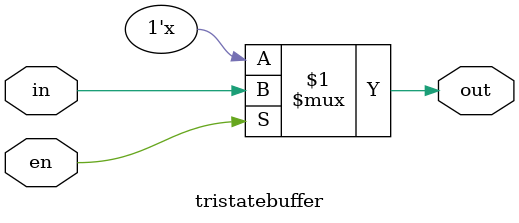
<source format=v>
`timescale 1ns / 1ps


module tristatebuffer(input in,en,output out);
assign out=en?in:1'bz;
endmodule

</source>
